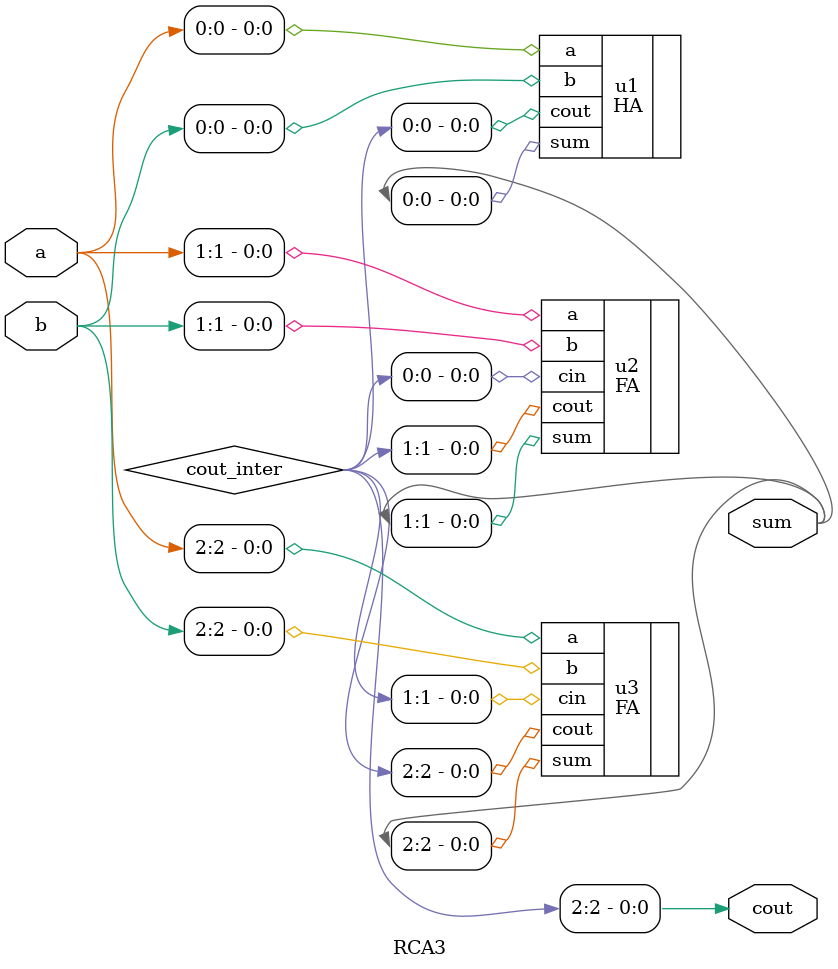
<source format=v>
module RCA3 (
    input  wire [2:0] a,
    input  wire [2:0] b,
    output wire [2:0] sum,
    output wire cout
);
    wire [2:0] cout_inter;
    HA u1 (.a(a[0]), .b(b[0]), .sum(sum[0]), .cout(cout_inter[0]));
    FA u2 (.a(a[1]), .b(b[1]), .sum(sum[1]), .cin(cout_inter[0]), .cout(cout_inter[1]));
    FA u3 (.a(a[2]), .b(b[2]), .sum(sum[2]), .cin(cout_inter[1]), .cout(cout_inter[2]));

    assign cout = cout_inter[2];

endmodule //RCA3
</source>
